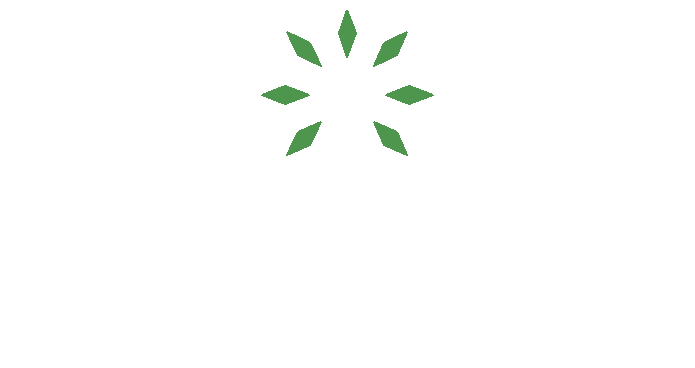
<source format=gbo>
G04 #@! TF.GenerationSoftware,KiCad,Pcbnew,(6.0.8)*
G04 #@! TF.CreationDate,2023-06-20T19:58:12+10:00*
G04 #@! TF.ProjectId,thorny_devil,74686f72-6e79-45f6-9465-76696c2e6b69,rev?*
G04 #@! TF.SameCoordinates,Original*
G04 #@! TF.FileFunction,Legend,Bot*
G04 #@! TF.FilePolarity,Positive*
%FSLAX46Y46*%
G04 Gerber Fmt 4.6, Leading zero omitted, Abs format (unit mm)*
G04 Created by KiCad (PCBNEW (6.0.8)) date 2023-06-20 19:58:12*
%MOMM*%
%LPD*%
G01*
G04 APERTURE LIST*
%ADD10C,0.150000*%
%ADD11C,1.752600*%
%ADD12R,1.752600X1.752600*%
%ADD13C,0.052500*%
%ADD14C,0.300000*%
%ADD15O,1.600000X1.600000*%
G04 APERTURE END LIST*
D10*
G36*
X112866117Y-51694544D02*
G01*
X110921573Y-52578427D01*
X111805456Y-50633883D01*
X113750000Y-49750000D01*
X112866117Y-51694544D01*
G37*
X112866117Y-51694544D02*
X110921573Y-52578427D01*
X111805456Y-50633883D01*
X113750000Y-49750000D01*
X112866117Y-51694544D01*
G36*
X120194544Y-50633883D02*
G01*
X121078427Y-52578427D01*
X119133883Y-51694544D01*
X118250000Y-49750000D01*
X120194544Y-50633883D01*
G37*
X120194544Y-50633883D02*
X121078427Y-52578427D01*
X119133883Y-51694544D01*
X118250000Y-49750000D01*
X120194544Y-50633883D01*
G36*
X120194544Y-44116117D02*
G01*
X118250000Y-45000000D01*
X119133883Y-43055456D01*
X121078427Y-42171573D01*
X120194544Y-44116117D01*
G37*
X120194544Y-44116117D02*
X118250000Y-45000000D01*
X119133883Y-43055456D01*
X121078427Y-42171573D01*
X120194544Y-44116117D01*
G36*
X112866117Y-43055456D02*
G01*
X113750000Y-45000000D01*
X111805456Y-44116117D01*
X110921573Y-42171573D01*
X112866117Y-43055456D01*
G37*
X112866117Y-43055456D02*
X113750000Y-45000000D01*
X111805456Y-44116117D01*
X110921573Y-42171573D01*
X112866117Y-43055456D01*
G36*
X116750001Y-42250000D02*
G01*
X116000000Y-44250000D01*
X115249999Y-42250000D01*
X116000000Y-40250000D01*
X116750001Y-42250000D01*
G37*
X116750001Y-42250000D02*
X116000000Y-44250000D01*
X115249999Y-42250000D01*
X116000000Y-40250000D01*
X116750001Y-42250000D01*
G36*
X112750000Y-47500000D02*
G01*
X110750000Y-48250001D01*
X108750000Y-47500000D01*
X110750000Y-46749999D01*
X112750000Y-47500000D01*
G37*
X112750000Y-47500000D02*
X110750000Y-48250001D01*
X108750000Y-47500000D01*
X110750000Y-46749999D01*
X112750000Y-47500000D01*
G36*
X123250000Y-47500000D02*
G01*
X121250000Y-48250001D01*
X119250000Y-47500000D01*
X121250000Y-46749999D01*
X123250000Y-47500000D01*
G37*
X123250000Y-47500000D02*
X121250000Y-48250001D01*
X119250000Y-47500000D01*
X121250000Y-46749999D01*
X123250000Y-47500000D01*
D11*
X108380000Y-41030000D03*
X108380000Y-43570000D03*
X108380000Y-46110000D03*
X108380000Y-48650000D03*
X108380000Y-51190000D03*
X108380000Y-53730000D03*
X108380000Y-56270000D03*
X108380000Y-58810000D03*
X108380000Y-61350000D03*
X108380000Y-63890000D03*
X108380000Y-66430000D03*
X108380000Y-68970000D03*
X123620000Y-41030000D03*
X123620000Y-43570000D03*
X123620000Y-46110000D03*
X123620000Y-48650000D03*
X123620000Y-51190000D03*
X123620000Y-53730000D03*
X123620000Y-56270000D03*
X123620000Y-58810000D03*
X123620000Y-61350000D03*
X123620000Y-63890000D03*
X123620000Y-66430000D03*
D12*
X123620000Y-68970000D03*
D11*
X141342102Y-65157898D03*
X139546051Y-66953949D03*
X143138154Y-63361846D03*
X137750000Y-68750000D03*
X90657898Y-65157898D03*
X92453949Y-66953949D03*
X94250000Y-68750000D03*
X88861846Y-63361846D03*
%LPC*%
D10*
G36*
X116750000Y-52500000D02*
G01*
X116000000Y-54500000D01*
X115250000Y-52500000D01*
X116000000Y-50500000D01*
X116750000Y-52500000D01*
G37*
X116750000Y-52500000D02*
X116000000Y-54500000D01*
X115250000Y-52500000D01*
X116000000Y-50500000D01*
X116750000Y-52500000D01*
D13*
X101964285Y-72226190D02*
X101964285Y-71726190D01*
X101964285Y-71916666D02*
X101916666Y-71892857D01*
X101821428Y-71892857D01*
X101773809Y-71916666D01*
X101750000Y-71940476D01*
X101726190Y-71988095D01*
X101726190Y-72130952D01*
X101750000Y-72178571D01*
X101773809Y-72202380D01*
X101821428Y-72226190D01*
X101916666Y-72226190D01*
X101964285Y-72202380D01*
X101559523Y-71892857D02*
X101440476Y-72226190D01*
X101321428Y-71892857D02*
X101440476Y-72226190D01*
X101488095Y-72345238D01*
X101511904Y-72369047D01*
X101559523Y-72392857D01*
X100535714Y-71892857D02*
X100535714Y-72297619D01*
X100559523Y-72345238D01*
X100583333Y-72369047D01*
X100630952Y-72392857D01*
X100702380Y-72392857D01*
X100750000Y-72369047D01*
X100535714Y-72202380D02*
X100583333Y-72226190D01*
X100678571Y-72226190D01*
X100726190Y-72202380D01*
X100750000Y-72178571D01*
X100773809Y-72130952D01*
X100773809Y-71988095D01*
X100750000Y-71940476D01*
X100726190Y-71916666D01*
X100678571Y-71892857D01*
X100583333Y-71892857D01*
X100535714Y-71916666D01*
X100297619Y-71892857D02*
X100297619Y-72226190D01*
X100297619Y-71940476D02*
X100273809Y-71916666D01*
X100226190Y-71892857D01*
X100154761Y-71892857D01*
X100107142Y-71916666D01*
X100083333Y-71964285D01*
X100083333Y-72226190D01*
X99630952Y-72226190D02*
X99630952Y-71964285D01*
X99654761Y-71916666D01*
X99702380Y-71892857D01*
X99797619Y-71892857D01*
X99845238Y-71916666D01*
X99630952Y-72202380D02*
X99678571Y-72226190D01*
X99797619Y-72226190D01*
X99845238Y-72202380D01*
X99869047Y-72154761D01*
X99869047Y-72107142D01*
X99845238Y-72059523D01*
X99797619Y-72035714D01*
X99678571Y-72035714D01*
X99630952Y-72011904D01*
X99440476Y-71892857D02*
X99345238Y-72226190D01*
X99250000Y-71988095D01*
X99154761Y-72226190D01*
X99059523Y-71892857D01*
X98869047Y-72226190D02*
X98869047Y-71892857D01*
X98869047Y-71940476D02*
X98845238Y-71916666D01*
X98797619Y-71892857D01*
X98726190Y-71892857D01*
X98678571Y-71916666D01*
X98654761Y-71964285D01*
X98654761Y-72226190D01*
X98654761Y-71964285D02*
X98630952Y-71916666D01*
X98583333Y-71892857D01*
X98511904Y-71892857D01*
X98464285Y-71916666D01*
X98440476Y-71964285D01*
X98440476Y-72226190D01*
X97988095Y-72226190D02*
X97988095Y-71964285D01*
X98011904Y-71916666D01*
X98059523Y-71892857D01*
X98154761Y-71892857D01*
X98202380Y-71916666D01*
X97988095Y-72202380D02*
X98035714Y-72226190D01*
X98154761Y-72226190D01*
X98202380Y-72202380D01*
X98226190Y-72154761D01*
X98226190Y-72107142D01*
X98202380Y-72059523D01*
X98154761Y-72035714D01*
X98035714Y-72035714D01*
X97988095Y-72011904D01*
X97750000Y-71892857D02*
X97750000Y-72226190D01*
X97750000Y-71940476D02*
X97726190Y-71916666D01*
X97678571Y-71892857D01*
X97607142Y-71892857D01*
X97559523Y-71916666D01*
X97535714Y-71964285D01*
X97535714Y-72226190D01*
D14*
X136476190Y-58211428D02*
X135714285Y-58211428D01*
X136190476Y-57544761D02*
X136190476Y-59259047D01*
X136095238Y-59449523D01*
X135904761Y-59544761D01*
X135714285Y-59544761D01*
X135047619Y-59544761D02*
X135047619Y-57544761D01*
X134190476Y-59544761D02*
X134190476Y-58497142D01*
X134285714Y-58306666D01*
X134476190Y-58211428D01*
X134761904Y-58211428D01*
X134952380Y-58306666D01*
X135047619Y-58401904D01*
X132952380Y-59544761D02*
X133142857Y-59449523D01*
X133238095Y-59354285D01*
X133333333Y-59163809D01*
X133333333Y-58592380D01*
X133238095Y-58401904D01*
X133142857Y-58306666D01*
X132952380Y-58211428D01*
X132666666Y-58211428D01*
X132476190Y-58306666D01*
X132380952Y-58401904D01*
X132285714Y-58592380D01*
X132285714Y-59163809D01*
X132380952Y-59354285D01*
X132476190Y-59449523D01*
X132666666Y-59544761D01*
X132952380Y-59544761D01*
X131428571Y-59544761D02*
X131428571Y-58211428D01*
X131428571Y-58592380D02*
X131333333Y-58401904D01*
X131238095Y-58306666D01*
X131047619Y-58211428D01*
X130857142Y-58211428D01*
X130190476Y-58211428D02*
X130190476Y-59544761D01*
X130190476Y-58401904D02*
X130095238Y-58306666D01*
X129904761Y-58211428D01*
X129619047Y-58211428D01*
X129428571Y-58306666D01*
X129333333Y-58497142D01*
X129333333Y-59544761D01*
X128571428Y-58211428D02*
X128095238Y-59544761D01*
X127619047Y-58211428D02*
X128095238Y-59544761D01*
X128285714Y-60020952D01*
X128380952Y-60116190D01*
X128571428Y-60211428D01*
X134190476Y-62764761D02*
X134190476Y-60764761D01*
X134190476Y-62669523D02*
X134380952Y-62764761D01*
X134761904Y-62764761D01*
X134952380Y-62669523D01*
X135047619Y-62574285D01*
X135142857Y-62383809D01*
X135142857Y-61812380D01*
X135047619Y-61621904D01*
X134952380Y-61526666D01*
X134761904Y-61431428D01*
X134380952Y-61431428D01*
X134190476Y-61526666D01*
X132476190Y-62669523D02*
X132666666Y-62764761D01*
X133047619Y-62764761D01*
X133238095Y-62669523D01*
X133333333Y-62479047D01*
X133333333Y-61717142D01*
X133238095Y-61526666D01*
X133047619Y-61431428D01*
X132666666Y-61431428D01*
X132476190Y-61526666D01*
X132380952Y-61717142D01*
X132380952Y-61907619D01*
X133333333Y-62098095D01*
X131714285Y-61431428D02*
X131238095Y-62764761D01*
X130761904Y-61431428D01*
X130000000Y-62764761D02*
X130000000Y-61431428D01*
X130000000Y-60764761D02*
X130095238Y-60860000D01*
X130000000Y-60955238D01*
X129904761Y-60860000D01*
X130000000Y-60764761D01*
X130000000Y-60955238D01*
X128761904Y-62764761D02*
X128952380Y-62669523D01*
X129047619Y-62479047D01*
X129047619Y-60764761D01*
X102714285Y-61154761D02*
X102714285Y-59821428D01*
X102714285Y-60202380D02*
X102619047Y-60011904D01*
X102523809Y-59916666D01*
X102333333Y-59821428D01*
X102142857Y-59821428D01*
X100714285Y-61059523D02*
X100904761Y-61154761D01*
X101285714Y-61154761D01*
X101476190Y-61059523D01*
X101571428Y-60869047D01*
X101571428Y-60107142D01*
X101476190Y-59916666D01*
X101285714Y-59821428D01*
X100904761Y-59821428D01*
X100714285Y-59916666D01*
X100619047Y-60107142D01*
X100619047Y-60297619D01*
X101571428Y-60488095D01*
X99952380Y-59821428D02*
X99476190Y-61154761D01*
X99000000Y-59821428D01*
X97190476Y-61154761D02*
X98333333Y-61154761D01*
X97761904Y-61154761D02*
X97761904Y-59154761D01*
X97952380Y-59440476D01*
X98142857Y-59630952D01*
X98333333Y-59726190D01*
D11*
X108380000Y-41030000D03*
X108380000Y-43570000D03*
X108380000Y-46110000D03*
X108380000Y-48650000D03*
X108380000Y-51190000D03*
X108380000Y-53730000D03*
X108380000Y-56270000D03*
X108380000Y-58810000D03*
X108380000Y-61350000D03*
X108380000Y-63890000D03*
X108380000Y-66430000D03*
X108380000Y-68970000D03*
X123620000Y-41030000D03*
X123620000Y-43570000D03*
X123620000Y-46110000D03*
X123620000Y-48650000D03*
X123620000Y-51190000D03*
X123620000Y-53730000D03*
X123620000Y-56270000D03*
X123620000Y-58810000D03*
X123620000Y-61350000D03*
X123620000Y-63890000D03*
X123620000Y-66430000D03*
D12*
X123620000Y-68970000D03*
D11*
X141342102Y-65157898D03*
X139546051Y-66953949D03*
X143138154Y-63361846D03*
X137750000Y-68750000D03*
X90657898Y-65157898D03*
X92453949Y-66953949D03*
X94250000Y-68750000D03*
X88861846Y-63361846D03*
D15*
X138000000Y-42500000D03*
X144500000Y-42500000D03*
X138000000Y-47000000D03*
X144500000Y-47000000D03*
X138000000Y-61000000D03*
X144500000Y-61000000D03*
X138000000Y-56500000D03*
X144500000Y-56500000D03*
X87500000Y-61000000D03*
X94000000Y-61000000D03*
X94000000Y-56500000D03*
X87500000Y-56500000D03*
X132000000Y-48500000D03*
X132000000Y-55000000D03*
X136500000Y-55000000D03*
X136500000Y-48500000D03*
X150500000Y-55000000D03*
X150500000Y-48500000D03*
X146000000Y-55000000D03*
X146000000Y-48500000D03*
X103000000Y-70500000D03*
X96500000Y-70500000D03*
X103000000Y-66000000D03*
X96500000Y-66000000D03*
X94000000Y-42500000D03*
X87500000Y-42500000D03*
X94000000Y-47000000D03*
X87500000Y-47000000D03*
X106000000Y-40500000D03*
X99500000Y-40500000D03*
X106000000Y-45000000D03*
X99500000Y-45000000D03*
X95500000Y-55000000D03*
X95500000Y-48500000D03*
X100000000Y-48500000D03*
X100000000Y-55000000D03*
X81500000Y-55000000D03*
X81500000Y-48500000D03*
X86000000Y-48500000D03*
X86000000Y-55000000D03*
X129000000Y-70500000D03*
X135500000Y-70500000D03*
X135500000Y-66000000D03*
X129000000Y-66000000D03*
X126000000Y-40500000D03*
X132500000Y-40500000D03*
X132500000Y-45000000D03*
X126000000Y-45000000D03*
M02*

</source>
